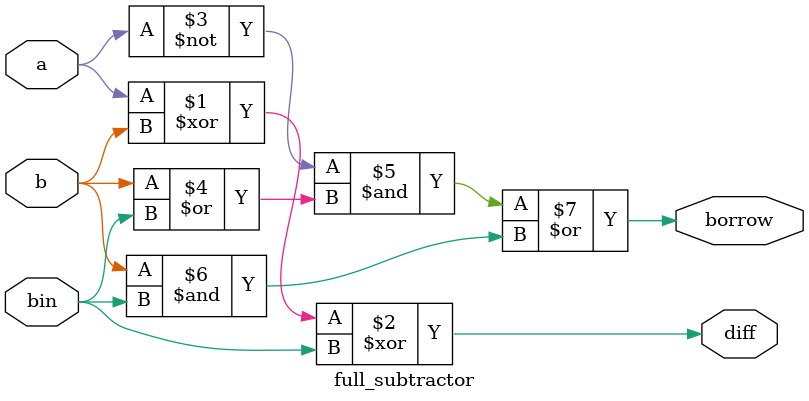
<source format=v>
module full_subtractor(a,b,bin,diff,borrow);
input a,b,bin;
output diff,borrow;
assign diff = a ^ b ^ bin;
assign borrow = (~a & (b|bin)) | (b & bin);
endmodule

</source>
